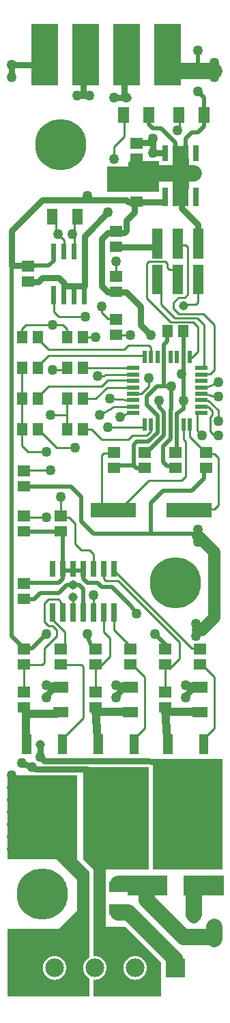
<source format=gbr>
G04 start of page 3 for group 1 idx 3 *
G04 Title: LED driver v. 0.1, front *
G04 Creator: pcb 1.99x *
G04 CreationDate: Sat Jul 16 06:31:28 2011 UTC *
G04 For: davidellsworth *
G04 Format: Gerber/RS-274X *
G04 PCB-Dimensions: 113000 481000 *
G04 PCB-Coordinate-Origin: lower left *
%MOIN*%
%FSLAX24Y24*%
%LNFRONT*%
%ADD11C,0.0200*%
%ADD12C,0.0300*%
%ADD13C,0.0800*%
%ADD14C,0.0600*%
%ADD15C,0.0400*%
%ADD16C,0.0100*%
%ADD17C,0.0912*%
%ADD18C,0.0500*%
%ADD19C,0.2500*%
%ADD20C,0.0450*%
%ADD21C,0.0612*%
%ADD22C,0.0250*%
%ADD23C,0.1250*%
%ADD24R,0.0250X0.0250*%
%ADD25R,0.0512X0.0512*%
%ADD26R,0.2200X0.2200*%
%ADD27R,0.0450X0.0450*%
%ADD28R,0.0950X0.0950*%
%ADD29R,0.1300X0.1300*%
%ADD30R,0.0500X0.0500*%
%ADD31R,0.0700X0.0700*%
%ADD32R,0.0200X0.0200*%
G54D12*X2000Y39400D02*X500Y37900D01*
G54D11*Y36200D02*X2300D01*
X2550Y36450D01*
Y36650D01*
G54D12*X500Y37900D02*Y36200D01*
X1500D01*
X5600Y34900D02*X6100D01*
X6800Y34200D01*
Y33300D01*
X7300Y32800D01*
X5200Y37800D02*X6000D01*
X6100Y37900D01*
Y38400D01*
X6500Y38800D02*Y39300D01*
X6100Y38400D02*X6500Y38800D01*
X6200Y39300D02*X6100Y39400D01*
X2000D01*
G54D11*X500Y18100D02*X1100Y17500D01*
X1200D02*X1500D01*
X2200Y18200D01*
X4200D02*Y18100D01*
X4400Y17600D01*
X7500Y18200D02*X8100Y17600D01*
X8887Y32960D02*X8877D01*
X8887Y31953D02*Y32960D01*
G54D12*X5600Y37100D02*X7500D01*
X5200Y37800D02*X4900Y37500D01*
Y35200D01*
X5200Y34900D01*
X5500D01*
X7900Y39300D02*X6200D01*
X6600Y42200D02*X7400D01*
Y41700D01*
X7900D01*
G54D11*X8572Y28246D02*Y27077D01*
X7942Y28246D02*Y27900D01*
X7039Y26996D01*
Y26977D01*
X8572Y27077D02*X8539D01*
X8572Y28646D02*Y28972D01*
X8900Y29200D01*
Y29600D01*
X7942Y28646D02*Y29057D01*
X7700Y29300D01*
Y29600D01*
X500Y18100D02*Y36200D01*
X8887Y31553D02*Y29600D01*
G54D11*G36*
X6300Y40432D02*Y41067D01*
X6304Y41066D01*
X6895D01*
X6912Y41068D01*
X6929Y41072D01*
X6945Y41080D01*
X6959Y41090D01*
X6971Y41102D01*
X6981Y41116D01*
X6989Y41132D01*
X6993Y41149D01*
X6995Y41167D01*
Y41300D01*
X7700D01*
Y39800D01*
X6992D01*
X6993Y39803D01*
X6995Y39821D01*
Y40333D01*
X6993Y40350D01*
X6989Y40367D01*
X6981Y40383D01*
X6971Y40397D01*
X6959Y40409D01*
X6945Y40419D01*
X6929Y40427D01*
X6912Y40431D01*
X6895Y40433D01*
X6304D01*
X6300Y40432D01*
G37*
G36*
X5150Y39800D02*Y41050D01*
X6900D01*
Y40432D01*
X6895Y40433D01*
X6304D01*
X6287Y40431D01*
X6270Y40427D01*
X6254Y40419D01*
X6240Y40409D01*
X6228Y40397D01*
X6218Y40383D01*
X6210Y40367D01*
X6206Y40350D01*
X6204Y40333D01*
Y39821D01*
X6206Y39803D01*
X6207Y39800D01*
X5150D01*
G37*
G54D14*X9600Y23000D02*X10400Y22200D01*
Y19100D01*
X9800Y18400D02*X9600D01*
X10400Y19000D02*X9800Y18400D01*
G54D11*X3000Y21200D02*Y20900D01*
X2800Y20700D01*
X1300D01*
X9500Y23100D02*X4500D01*
X6300Y19600D02*X6600Y19200D01*
X5400Y20500D02*X6300Y19600D01*
X4200Y20700D02*X4700D01*
X4900Y20500D01*
X4200Y20700D02*X4000Y20900D01*
Y21100D01*
X3900Y21300D02*X3000D01*
Y23100D02*Y21650D01*
X1000Y25400D02*X3400D01*
X3900Y24900D02*X3400Y25400D01*
X1100Y23200D02*X2700D01*
X3900Y23700D02*Y24900D01*
X4900Y20500D02*X5400D01*
X4500Y23100D02*X3900Y23700D01*
X7900Y25200D02*X9300D01*
X7300Y24600D02*X7900Y25200D01*
Y27392D02*Y26600D01*
X8100Y26400D01*
X8460D01*
Y26322D01*
X9960Y26300D02*Y26322D01*
X9900Y25800D02*Y26300D01*
X9300Y25200D02*X9900Y25800D01*
X7300Y23100D02*Y24600D01*
X8257Y28246D02*Y27750D01*
X7900Y27392D01*
X7627Y28196D02*Y28050D01*
X7177Y27600D02*X6600D01*
X6450Y27450D01*
Y26450D01*
X6600Y26300D01*
X7039D01*
Y26322D01*
X6450Y26450D02*X5539D01*
Y26322D01*
G54D13*X9400Y5800D02*Y4500D01*
G54D12*X9600Y38200D02*Y37900D01*
X8600Y39300D02*X8900D01*
X8800D02*Y39000D01*
X9600Y38200D01*
G54D11*X7627Y28050D02*X7177Y27600D01*
X7627Y28872D02*X7100Y29400D01*
Y29800D01*
X7600Y30300D01*
X8300Y30353D02*X8342D01*
X7600Y30300D02*X8300D01*
X7942D02*X7900D01*
X7627Y28646D02*Y28872D01*
X8257Y28646D02*Y29157D01*
X8300Y29200D01*
Y30300D01*
X7942Y31953D02*Y32342D01*
Y31553D02*Y30300D01*
Y32342D02*X8100Y32500D01*
Y32937D01*
X8122Y32960D01*
G54D12*X1300Y35400D02*X1800D01*
X2000Y35600D01*
X2800D01*
X3050Y35350D01*
Y35200D01*
X4050D01*
Y37650D01*
X5200Y38800D01*
G54D11*X7200Y43100D02*Y43400D01*
X7400Y42900D02*X7200Y43100D01*
X7800Y42900D02*X7400D01*
G54D12*X8600Y41900D02*X8900D01*
G54D11*X9000Y42400D02*Y42050D01*
X8500Y42000D02*Y42200D01*
X9900Y43400D02*Y43000D01*
X9600Y42700D01*
X9300D01*
X9000Y42400D01*
X9900Y43900D02*Y44400D01*
X9600Y44700D01*
X8500Y42200D02*X7800Y42900D01*
X6300Y40350D02*X6950D01*
G54D13*X9400Y40700D02*X7600D01*
G54D11*X6300Y40400D02*X7000D01*
G54D12*X8500Y40000D02*Y41400D01*
X9000D02*Y40000D01*
X8700Y41300D02*Y40000D01*
X8800D01*
Y41300D01*
X8700Y41900D02*Y39300D01*
X8900Y41900D02*Y39300D01*
G54D11*X7100Y41200D02*X6300D01*
Y39900D01*
X6900D02*Y40300D01*
X6300Y41100D02*X7000D01*
X6150Y39900D02*X7100D01*
X6300Y41150D02*X7000D01*
G54D11*G36*
X300Y500D02*Y3800D01*
X2594D01*
Y2475D01*
X2494Y2467D01*
X2397Y2441D01*
X2306Y2398D01*
X2224Y2341D01*
X2153Y2270D01*
X2095Y2188D01*
X2053Y2097D01*
X2027Y2000D01*
X2018Y1900D01*
X2027Y1800D01*
X2053Y1703D01*
X2095Y1612D01*
X2153Y1529D01*
X2224Y1458D01*
X2306Y1401D01*
X2397Y1358D01*
X2494Y1332D01*
X2594Y1324D01*
Y500D01*
X300D01*
G37*
G36*
X2594Y3800D02*X4300D01*
Y2410D01*
X4275Y2398D01*
X4192Y2341D01*
X4121Y2270D01*
X4064Y2188D01*
X4021Y2097D01*
X3995Y2000D01*
X3987Y1900D01*
X3995Y1800D01*
X4021Y1703D01*
X4064Y1612D01*
X4121Y1529D01*
X4192Y1458D01*
X4275Y1401D01*
X4300Y1389D01*
Y500D01*
X2594D01*
Y1324D01*
X2694Y1332D01*
X2791Y1358D01*
X2882Y1401D01*
X2964Y1458D01*
X3035Y1529D01*
X3093Y1612D01*
X3135Y1703D01*
X3161Y1800D01*
X3170Y1900D01*
X3161Y2000D01*
X3135Y2097D01*
X3093Y2188D01*
X3035Y2270D01*
X2964Y2341D01*
X2882Y2398D01*
X2791Y2441D01*
X2694Y2467D01*
X2594Y2475D01*
Y3800D01*
G37*
G36*
X2500Y7400D02*X3700D01*
Y7200D01*
X4300Y6600D01*
Y3300D01*
X2300D01*
X3700Y4700D01*
Y6200D01*
X2500Y7400D01*
G37*
G36*
X4500Y6900D02*X5100D01*
Y3200D01*
X4500D01*
Y6900D01*
G37*
G36*
X4000Y7200D02*Y11700D01*
X5600D01*
Y11400D01*
X4500D01*
X4482Y11398D01*
X4465Y11394D01*
X4450Y11386D01*
X4435Y11376D01*
X4423Y11364D01*
X4413Y11350D01*
X4406Y11334D01*
X4401Y11317D01*
X4400Y11300D01*
Y8400D01*
X4401Y8382D01*
X4406Y8365D01*
X4413Y8350D01*
X4423Y8335D01*
X4435Y8323D01*
X4450Y8313D01*
X4465Y8306D01*
X4482Y8301D01*
X4500Y8300D01*
X5600D01*
Y6700D01*
X4500D01*
X4000Y7200D01*
G37*
G36*
X5600Y11700D02*X7200D01*
Y6700D01*
X5600D01*
Y8300D01*
X6700D01*
X6717Y8301D01*
X6734Y8306D01*
X6750Y8313D01*
X6764Y8323D01*
X6776Y8335D01*
X6786Y8350D01*
X6794Y8365D01*
X6798Y8382D01*
X6800Y8400D01*
Y11300D01*
X6798Y11317D01*
X6794Y11334D01*
X6786Y11350D01*
X6776Y11364D01*
X6764Y11376D01*
X6750Y11386D01*
X6734Y11394D01*
X6717Y11398D01*
X6700Y11400D01*
X5600D01*
Y11700D01*
G37*
G36*
X300Y7200D02*Y11300D01*
X900D01*
Y8400D01*
X901Y8382D01*
X906Y8365D01*
X913Y8350D01*
X923Y8335D01*
X935Y8323D01*
X950Y8313D01*
X965Y8306D01*
X982Y8301D01*
X1000Y8300D01*
X3200D01*
X3217Y8301D01*
X3234Y8306D01*
X3250Y8313D01*
X3264Y8323D01*
X3276Y8335D01*
X3286Y8350D01*
X3294Y8365D01*
X3298Y8382D01*
X3300Y8400D01*
Y11300D01*
X3700D01*
Y7200D01*
X300D01*
G37*
G36*
X800Y11200D02*Y11300D01*
X900D01*
Y11200D01*
X800D01*
G37*
G36*
X7400Y6700D02*Y11851D01*
X7416Y11874D01*
X7435Y11914D01*
X7446Y11956D01*
X7450Y12000D01*
X7446Y12043D01*
X7435Y12085D01*
X7428Y12100D01*
X9000D01*
Y11400D01*
X7900D01*
X7882Y11398D01*
X7865Y11394D01*
X7850Y11386D01*
X7835Y11376D01*
X7823Y11364D01*
X7813Y11350D01*
X7806Y11334D01*
X7801Y11317D01*
X7800Y11300D01*
Y8400D01*
X7801Y8382D01*
X7806Y8365D01*
X7813Y8350D01*
X7823Y8335D01*
X7835Y8323D01*
X7850Y8313D01*
X7865Y8306D01*
X7882Y8301D01*
X7900Y8300D01*
X9000D01*
Y6700D01*
X7400D01*
G37*
G36*
X9000Y12100D02*X10800D01*
Y6700D01*
X9000D01*
Y8300D01*
X10100D01*
X10117Y8301D01*
X10134Y8306D01*
X10150Y8313D01*
X10164Y8323D01*
X10176Y8335D01*
X10186Y8350D01*
X10194Y8365D01*
X10198Y8382D01*
X10200Y8400D01*
Y11300D01*
X10198Y11317D01*
X10194Y11334D01*
X10186Y11350D01*
X10176Y11364D01*
X10164Y11376D01*
X10150Y11386D01*
X10134Y11394D01*
X10117Y11398D01*
X10100Y11400D01*
X9000D01*
Y12100D01*
G37*
G36*
X4500Y500D02*Y1329D01*
X4563Y1324D01*
X4663Y1332D01*
X4760Y1358D01*
X4851Y1401D01*
X4933Y1458D01*
X5004Y1529D01*
X5061Y1612D01*
X5104Y1703D01*
X5130Y1800D01*
X5138Y1900D01*
X5130Y2000D01*
X5104Y2097D01*
X5061Y2188D01*
X5004Y2270D01*
X4933Y2341D01*
X4851Y2398D01*
X4760Y2441D01*
X4663Y2467D01*
X4563Y2475D01*
X4500Y2470D01*
Y3900D01*
X6079D01*
X6531Y3448D01*
Y2475D01*
X6431Y2467D01*
X6334Y2441D01*
X6243Y2398D01*
X6161Y2341D01*
X6090Y2270D01*
X6032Y2188D01*
X5990Y2097D01*
X5964Y2000D01*
X5955Y1900D01*
X5964Y1800D01*
X5990Y1703D01*
X6032Y1612D01*
X6090Y1529D01*
X6161Y1458D01*
X6243Y1401D01*
X6334Y1358D01*
X6431Y1332D01*
X6531Y1324D01*
Y500D01*
X4500D01*
G37*
G36*
X6531Y3448D02*X7800Y2179D01*
Y500D01*
X6531D01*
Y1324D01*
X6631Y1332D01*
X6728Y1358D01*
X6819Y1401D01*
X6901Y1458D01*
X6972Y1529D01*
X7030Y1612D01*
X7072Y1703D01*
X7098Y1800D01*
X7107Y1900D01*
X7098Y2000D01*
X7072Y2097D01*
X7030Y2188D01*
X6972Y2270D01*
X6901Y2341D01*
X6819Y2398D01*
X6728Y2441D01*
X6631Y2467D01*
X6531Y2475D01*
Y3448D01*
G37*
G54D15*X8125Y13075D02*X8100Y13100D01*
X8000Y14500D01*
G54D16*X7000Y16100D02*Y13600D01*
X6600Y13200D01*
G54D15*X8000Y14500D02*X8200Y14400D01*
X9600D01*
G54D16*X10400Y13600D02*X10000Y13200D01*
X9800Y16700D02*X10400Y16100D01*
Y13600D01*
X8700Y17000D02*X8200Y16500D01*
G54D12*X9000Y15700D02*X9400D01*
X9000Y15200D02*X9400Y15600D01*
G54D16*X8700Y17800D02*Y17000D01*
X9700Y17500D02*X9300D01*
X2700Y18400D02*Y18100D01*
X5000Y19000D02*Y18300D01*
X5300Y18000D01*
X2700Y18100D02*X2100Y17500D01*
X5000Y20900D02*Y21100D01*
X9300Y17500D02*X5500Y21300D01*
X8700Y17800D02*X5700Y20800D01*
X5100D01*
X5000Y20900D02*X5100Y20800D01*
G54D12*X5600Y15700D02*X6000D01*
X5600Y15200D02*X6000Y15600D01*
G54D16*X6400Y16700D02*X7000Y16100D01*
X3100Y18300D02*Y17700D01*
X2500Y18900D02*X3100Y18300D01*
X2100Y18800D02*X2300Y18600D01*
X2500D02*X2300D01*
X2700Y18400D02*X2500Y18600D01*
X5500Y18900D02*Y18400D01*
X6300Y17600D01*
X5300Y18000D02*Y17100D01*
X4800Y16600D01*
X2100Y17500D02*Y16800D01*
X2000Y16700D01*
G54D11*X1100Y19900D02*X1600D01*
G54D16*X2300D02*X2100Y19700D01*
X3000Y19600D02*X2800Y19900D01*
X2300D01*
G54D11*X3800Y20600D02*X4000Y20400D01*
X2800Y20200D02*X3200Y20600D01*
X4000Y19700D02*Y20400D01*
X3800Y20600D02*X3200D01*
G54D16*X3500Y20000D02*Y19600D01*
X4500Y20100D02*Y19600D01*
X2100Y19700D02*Y18800D01*
G54D11*X1600Y19900D02*X1900Y20200D01*
X2800D01*
G54D16*X2200Y23900D02*X1200D01*
X3000D02*X3300D01*
X3600Y23600D01*
Y22600D01*
X3900Y22300D01*
X4300D01*
X4500Y22100D01*
Y21600D01*
G54D12*X2200Y15200D02*X2600Y15600D01*
G54D16*X4600Y16700D02*Y15400D01*
X3900Y16700D02*X4000Y16600D01*
G54D12*X2200Y15700D02*X2600D01*
G54D16*X4000Y16600D02*Y14100D01*
X2900Y16700D02*X3900D01*
X8000D02*Y15500D01*
X1200Y16700D02*X2000D01*
G54D15*X6200Y14400D02*X4800D01*
G54D12*X2100Y12000D02*X7200D01*
X7100D02*X8000Y11900D01*
X4200Y11600D02*X4700Y11100D01*
X4400Y8200D02*Y11400D01*
X6800D01*
X6700Y11300D01*
Y8300D01*
X4600D01*
G54D13*X8500Y2300D02*X6200Y4600D01*
X8500Y2300D02*Y1900D01*
X5700Y6000D02*X6500D01*
X6200Y4600D02*X5700D01*
X7100Y5200D02*X8900Y3400D01*
X7100Y5200D02*Y5700D01*
X10400Y3400D02*X8900D01*
X10400Y3900D02*Y3300D01*
G54D15*X7900Y11400D02*Y8400D01*
X10100D01*
Y11300D01*
X8000D01*
G54D12*X2100Y12000D02*X1900Y12200D01*
Y12800D01*
X1700Y11600D02*X4200D01*
G54D15*X3100Y11100D02*X3400D01*
G54D16*X4000Y14100D02*X3100Y13200D01*
G54D15*X4700Y13100D02*X4600Y14500D01*
G54D12*X3200Y11100D02*Y8400D01*
G54D15*X2700Y14300D02*X1300D01*
G54D12*X500Y10800D02*X1300D01*
X3200Y8400D02*X900D01*
G54D15*X1000Y11100D02*Y8600D01*
G54D16*X1100Y16600D02*Y15500D01*
G54D15*X1200Y13200D02*Y14500D01*
G54D12*X1000Y11900D02*X1500Y11700D01*
X1700Y11600D01*
G54D15*X500Y11100D02*X1100D01*
G54D16*X8100Y36300D02*Y36100D01*
X8200Y36000D01*
X8500D01*
X7100Y34600D02*Y36300D01*
X7200Y36400D02*X8000D01*
X7100Y36300D02*X7200Y36400D01*
X8000D02*X8100Y36300D01*
X5600Y35700D02*Y36400D01*
X8950Y34650D02*X9100Y34800D01*
Y37100D01*
X9000Y37200D01*
X8700D01*
X3550Y37150D02*Y38350D01*
X3600Y38400D01*
X2650Y38300D02*Y37850D01*
X3050Y37450D01*
Y37150D01*
G54D12*X4000Y44500D02*Y45200D01*
X6000Y44400D02*Y45200D01*
X5600Y44400D02*X6200D01*
X500Y45400D02*Y46000D01*
X3700Y44500D02*X4300D01*
X500Y46000D02*X1700D01*
G54D11*X9600Y46700D02*Y45900D01*
G54D13*X10400Y45700D02*X8500D01*
G54D16*X8700Y43400D02*Y42800D01*
X5900Y43400D02*X6000Y43300D01*
Y42500D01*
X5500Y42000D01*
Y41400D01*
X8450Y33650D02*X7800Y34300D01*
X8400Y34100D02*Y34400D01*
X7800Y34300D02*Y34900D01*
X8250Y33450D02*X7100Y34600D01*
X8400Y34400D02*X8650Y34650D01*
X8950D01*
X8650Y33850D02*X8400Y34100D01*
X9350Y33450D02*X8250D01*
X9550Y33650D02*X8450D01*
X8900Y34300D02*X9500D01*
X9850Y33850D02*X8650D01*
X9900Y33300D02*X9550Y33650D01*
X9600Y34400D02*Y35000D01*
X9500Y34300D02*X9600Y34400D01*
X4100Y33700D02*X2800D01*
X5500Y33600D02*X5200D01*
X4900Y33900D01*
Y34200D01*
X2800Y33700D02*X2550Y33950D01*
Y34450D01*
X5433Y27050D02*X5000D01*
X5460Y27077D02*X5433Y27050D01*
X5000D02*X4900Y26950D01*
Y24500D01*
X7200Y25700D02*X6000Y24500D01*
X2200Y27100D02*X1300D01*
X4400Y28200D02*X4000D01*
X4900Y27700D02*X4400Y28200D01*
X3600Y27300D02*X2700D01*
X1800Y28200D01*
X1300Y27100D02*X1000Y27400D01*
Y31100D01*
X2400Y26200D02*X1100D01*
X2900Y24900D02*Y24100D01*
X3200Y29700D02*Y28300D01*
X2400Y28900D02*X3200D01*
X4900Y30300D02*X2300D01*
X1900Y29900D01*
X4000Y29700D02*X4600D01*
X5000Y30800D02*X4700D01*
X2500Y31100D02*X3200D01*
X5000Y30800D02*X5087Y30887D01*
X4600Y29700D02*X5157Y30257D01*
X5500Y29300D02*X4800Y28900D01*
X7000Y28300D02*X5200D01*
X5800Y28800D02*X6200Y29000D01*
Y27700D02*X6400Y27900D01*
X7100D01*
X6842Y29942D02*X7200Y30300D01*
X5087Y30887D02*X6246D01*
X6646Y29942D02*X6842D01*
X5157Y30257D02*X6246D01*
Y29312D02*X6233Y29300D01*
X5500D01*
X6246Y29627D02*X5300Y29700D01*
X4900Y27700D02*X6200D01*
X10600Y26800D02*Y24500D01*
X10400Y24300D01*
X10100D01*
X7200Y30300D02*Y30700D01*
X7300Y28300D02*Y28100D01*
X7100Y27900D01*
X8900Y28300D02*Y27700D01*
X9000Y27600D01*
X8800Y25700D02*X7200D01*
X9728Y27077D02*X9960D01*
X10000Y27100D02*X10100Y27000D01*
X10400D01*
X10037D02*X9202Y27835D01*
X10200Y28100D02*X10400Y27900D01*
X10600D01*
X10400Y27000D02*X10600Y26800D01*
X9000Y27600D02*Y25900D01*
X8800Y25700D01*
X9202Y28246D02*Y27835D01*
X9553Y28997D02*Y28146D01*
X9800Y27900D01*
X9953Y29312D02*X10087D01*
X9953Y29627D02*X9981Y29600D01*
X10100D01*
X10087Y29312D02*X10300Y29100D01*
X10100Y29600D02*X10600Y29150D01*
X9953Y29942D02*X10600Y29750D01*
Y29150D02*Y28600D01*
X10400D02*X10600D01*
X10300Y29100D02*Y28900D01*
X10200Y28800D01*
Y28100D01*
X3200Y33100D02*Y32800D01*
X3000Y33300D02*X3200Y33100D01*
X1200Y33300D02*X3000D01*
X2300Y31800D02*X1800Y31300D01*
X2300Y32100D02*X1800Y32600D01*
X1000Y32700D02*Y33100D01*
X1200Y33300D01*
X4600Y32700D02*X4000D01*
X6200Y32300D02*X6000Y32100D01*
X6300Y32800D02*X5700D01*
X7300Y32000D02*Y32200D01*
X7200Y32300D01*
X6200D01*
X7000Y31800D02*X2300D01*
X6200Y30600D02*X5200D01*
X4900Y30300D01*
X6246Y31202D02*X4000Y31200D01*
X6000Y32100D02*X2300D01*
X9953Y30257D02*X10600Y30500D01*
X9953Y31202D02*X9950Y31206D01*
X10000Y30900D02*X10200D01*
X10400Y31100D01*
Y32900D01*
X9900Y31200D02*Y33300D01*
X9850Y33850D02*X10400Y33300D01*
Y32800D01*
X9350Y33450D02*X9600Y33200D01*
Y32000D01*
X9300Y31700D01*
G54D11*G36*
X8044Y2355D02*Y1444D01*
X8955D01*
Y2355D01*
X8044D01*
G37*
G54D17*X6531Y1900D03*
X4563D03*
X2594D03*
G54D18*X9400Y4900D03*
Y4300D03*
X7700Y11800D03*
X8400D03*
X10400Y3900D03*
Y3300D03*
X9600Y22700D03*
Y23300D03*
X6600Y19200D03*
X9000Y15100D03*
X7500Y18200D03*
X9000Y15700D03*
X5600D03*
Y15100D03*
X2200Y15700D03*
Y15100D03*
G54D19*X8500Y20700D03*
G54D18*X4200Y18200D03*
X2200D03*
G54D20*X3500Y20600D03*
Y20000D03*
G54D18*X4500Y20100D03*
X9500Y18700D03*
Y18100D03*
X8300Y30300D03*
X7700Y29600D03*
X8900D03*
X5800Y28800D03*
X5300Y29700D03*
X5200Y28300D03*
X2200Y23900D03*
X2400Y28900D03*
X2200Y27100D03*
X2400Y26200D03*
X2900Y24900D03*
X3600Y27300D03*
X7200Y30700D03*
X4700Y30800D03*
X2500Y31100D03*
X8800Y30900D03*
X500Y11300D03*
Y10700D03*
Y10100D03*
Y9500D03*
G54D20*X1900Y12800D03*
G54D18*X1500Y11700D03*
X1900Y12200D03*
X1000Y11900D03*
X500Y8900D03*
Y8300D03*
G54D19*X2000Y5500D03*
G54D18*X2300Y7700D03*
X1700D03*
X1100D03*
X500D03*
X4700D03*
X5300D03*
Y7100D03*
X5900D03*
X6500D03*
X7800D03*
X8400D03*
X5900Y7700D03*
X6500D03*
X7800D03*
X8400D03*
X10400Y45400D03*
Y46100D03*
X500Y45400D03*
Y46000D03*
G54D19*X2900Y42100D03*
G54D18*X4300Y44500D03*
X3700D03*
X8900Y40700D03*
X9500D03*
X8300D03*
X7700D03*
X5500Y44400D03*
X8600Y42800D03*
X6100Y44400D03*
X7400Y42400D03*
Y41700D03*
X5500Y41400D03*
G54D20*X8900Y34250D03*
G54D18*X6300Y32800D03*
X7300D03*
X2500Y33300D03*
X4600Y32700D03*
X4900Y34200D03*
X4100Y33700D03*
X2750Y37750D03*
X5200Y38800D03*
X5600Y36400D03*
X3450Y37750D03*
G54D24*X2500Y21650D02*Y21150D01*
X3000Y21650D02*Y21150D01*
X3500Y21650D02*Y21150D01*
X4000Y21650D02*Y21150D01*
X4500Y21650D02*Y21150D01*
X5000Y21650D02*Y21150D01*
X4000Y19600D02*Y18950D01*
X3500Y19600D02*Y18950D01*
X3000Y19600D02*Y18950D01*
X2500Y19600D02*Y18950D01*
G54D25*X1060Y19922D02*X1139D01*
X1060Y20677D02*X1139D01*
G54D26*X9000Y10200D02*Y9500D01*
G54D27*X9875Y13075D02*Y12575D01*
X8125Y13075D02*Y12575D01*
G54D28*X6625Y5925D02*X7625D01*
G54D11*G36*
X5250Y5000D02*Y4500D01*
X5750D01*
Y5000D01*
X5250D01*
G37*
G36*
Y6100D02*Y5600D01*
X5750D01*
Y6100D01*
X5250D01*
G37*
G54D28*X9375Y5925D02*X10375D01*
G54D26*X5600Y10200D02*Y9500D01*
X2100Y10200D02*Y9500D01*
G54D27*X6475Y13075D02*Y12575D01*
X4725Y13075D02*Y12575D01*
X2975Y13075D02*Y12575D01*
X1225Y13075D02*Y12575D01*
G54D24*X5500Y19600D02*Y18950D01*
X5000Y19600D02*Y18950D01*
X4500Y19600D02*Y18950D01*
G54D25*X4560Y16722D02*X4639D01*
X4560Y17477D02*X4639D01*
X6260Y16722D02*X6339D01*
X6260Y17477D02*X6339D01*
X7960Y16722D02*X8039D01*
X7960Y17477D02*X8039D01*
X9660Y16722D02*X9739D01*
X9660Y17477D02*X9739D01*
X2860Y16722D02*X2939D01*
X2860Y17477D02*X2939D01*
X2781Y15615D02*X3018D01*
X2781Y14384D02*X3018D01*
X1060Y14622D02*X1139D01*
X1060Y15377D02*X1139D01*
X1060Y16722D02*X1139D01*
X1060Y17477D02*X1139D01*
X7960Y14622D02*X8039D01*
X9581Y14384D02*X9818D01*
X6181D02*X6418D01*
X4560Y14622D02*X4639D01*
X7960Y15377D02*X8039D01*
X9581Y15615D02*X9818D01*
X6181D02*X6418D01*
X4560Y15377D02*X4639D01*
X3222Y32739D02*Y32660D01*
X1022Y32739D02*Y32660D01*
X1777Y32739D02*Y32660D01*
X2484Y38718D02*Y38481D01*
G54D24*X2550Y37150D02*Y36650D01*
Y35100D02*Y34450D01*
X3050Y37150D02*Y36650D01*
Y35100D02*Y34450D01*
X3550Y35100D02*Y34450D01*
X4050Y35100D02*Y34450D01*
X3550Y37150D02*Y36650D01*
X4050Y37150D02*Y36650D01*
G54D25*X1260Y36177D02*X1339D01*
X1260Y35422D02*X1339D01*
X3715Y38718D02*Y38481D01*
G54D18*X4200Y39600D03*
G54D25*X6560Y39322D02*X6639D01*
X6560Y40077D02*X6639D01*
X6560Y42177D02*X6639D01*
X5967Y43684D02*Y43448D01*
X7198Y43684D02*Y43448D01*
X6560Y41422D02*X6639D01*
G54D24*X8000Y41950D02*Y41450D01*
X8500Y41950D02*Y41450D01*
X9000Y41950D02*Y41450D01*
X9500Y41950D02*Y41450D01*
G54D29*X8100Y47350D02*Y45650D01*
X6100Y47350D02*Y45650D01*
X4100Y47350D02*Y45650D01*
X2100Y47350D02*Y45650D01*
G54D25*X8667Y43684D02*Y43448D01*
G54D24*X8500Y39900D02*Y39250D01*
X9000Y39900D02*Y39250D01*
X9500Y39900D02*Y39250D01*
X8000Y39900D02*Y39250D01*
G54D25*X9898Y43684D02*Y43448D01*
G54D18*X9600Y46700D03*
Y44700D03*
G54D25*X5560Y34922D02*X5639D01*
X5560Y35677D02*X5639D01*
X5560Y37122D02*X5639D01*
X5560Y37877D02*X5639D01*
G54D30*X7600Y36000D02*Y35050D01*
Y37750D02*Y36800D01*
X8600Y36000D02*Y35050D01*
Y37750D02*Y36800D01*
X9600Y36000D02*Y35050D01*
Y37750D02*Y36800D01*
G54D24*X5500Y21650D02*Y21150D01*
G54D25*X6960Y27077D02*X7039D01*
X6960Y26322D02*X7039D01*
X5460D02*X5539D01*
X5460Y27077D02*X5539D01*
X1060Y23222D02*X1139D01*
X1060Y23977D02*X1139D01*
X1022Y28239D02*Y28160D01*
X1060Y25422D02*X1139D01*
X1060Y26177D02*X1139D01*
X2860Y23222D02*X2939D01*
X2860Y23977D02*X2939D01*
G54D31*X4700Y24250D02*X6200D01*
G54D25*X3977Y32739D02*Y32660D01*
X5560Y32822D02*X5639D01*
X5560Y33577D02*X5639D01*
X1022Y29739D02*Y29660D01*
X1777Y29739D02*Y29660D01*
X1022Y31239D02*Y31160D01*
X1777Y31239D02*Y31160D01*
G54D18*X4800Y28900D03*
G54D25*X3222Y29739D02*Y29660D01*
X3977Y29739D02*Y29660D01*
X3222Y31239D02*Y31160D01*
X3977Y31239D02*Y31160D01*
X1777Y28239D02*Y28160D01*
X3222Y28239D02*Y28160D01*
X3977Y28239D02*Y28160D01*
G54D32*X6997Y28646D02*Y28246D01*
X7312Y28646D02*Y28246D01*
X7627Y28646D02*Y28246D01*
X7942Y28646D02*Y28246D01*
X8257Y28646D02*Y28246D01*
X8572Y28646D02*Y28246D01*
X8887Y28646D02*Y28246D01*
X9202Y28646D02*Y28246D01*
X9553Y28997D02*X9953D01*
G54D18*X9800Y27900D03*
X10600D03*
Y28600D03*
G54D32*X6246Y28997D02*X6646D01*
G54D25*X8460Y27077D02*X8539D01*
X9960D02*X10039D01*
X8460Y26322D02*X8539D01*
G54D31*X8400Y24250D02*X9900D01*
G54D25*X9960Y26322D02*X10039D01*
X8877Y33039D02*Y32960D01*
X8122Y33039D02*Y32960D01*
G54D32*X9202Y31953D02*Y31553D01*
X8887Y31953D02*Y31553D01*
X8572Y31953D02*Y31553D01*
X8257Y31953D02*Y31553D01*
X7942Y31953D02*Y31553D01*
X7627Y31953D02*Y31553D01*
X7312Y31953D02*Y31553D01*
X6997Y31953D02*Y31553D01*
X9553Y29312D02*X9953D01*
X9553Y29627D02*X9953D01*
X9553Y29942D02*X9953D01*
X9553Y30257D02*X9953D01*
X9553Y30572D02*X9953D01*
X9553Y30887D02*X9953D01*
X9553Y31202D02*X9953D01*
X6246D02*X6646D01*
X6246Y30887D02*X6646D01*
X6246Y30572D02*X6646D01*
X6246Y30257D02*X6646D01*
X6246Y29942D02*X6646D01*
X6246Y29627D02*X6646D01*
X6246Y29312D02*X6646D01*
G54D18*X10600Y30500D03*
Y29800D03*
G54D21*G54D22*G54D23*G54D22*G54D11*G54D22*G54D11*G54D22*G54D23*G54D22*G54D23*G54D22*G54D11*G54D22*M02*

</source>
